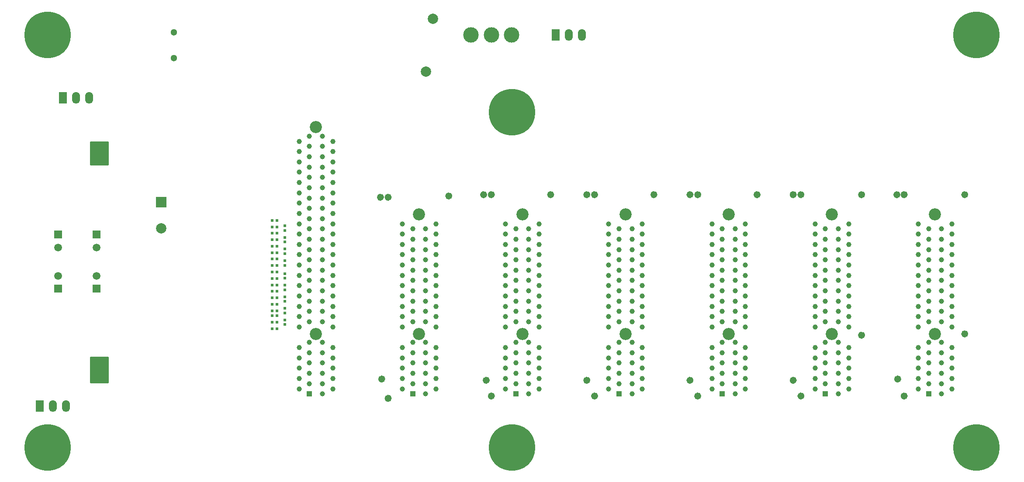
<source format=gbs>
G04 #@! TF.FileFunction,Soldermask,Bot*
%FSLAX46Y46*%
G04 Gerber Fmt 4.6, Leading zero omitted, Abs format (unit mm)*
G04 Created by KiCad (PCBNEW (2015-02-06 BZR 5407)-product) date Mon 09 Feb 2015 02:10:55 PM EST*
%MOMM*%
G01*
G04 APERTURE LIST*
%ADD10C,0.100000*%
%ADD11C,0.700000*%
%ADD12C,2.000000*%
%ADD13C,3.000000*%
%ADD14C,2.350000*%
%ADD15C,1.000000*%
%ADD16R,1.000000X1.000000*%
%ADD17C,9.000000*%
%ADD18R,0.600000X0.600000*%
%ADD19R,1.998980X1.998980*%
%ADD20C,1.998980*%
%ADD21R,1.524000X2.286000*%
%ADD22O,1.524000X2.286000*%
%ADD23R,1.500000X1.500000*%
%ADD24C,1.500000*%
%ADD25C,1.300000*%
%ADD26C,0.300000*%
G04 APERTURE END LIST*
D10*
D11*
X213103553Y-123000000D02*
G75*
G03X213103553Y-123000000I-353553J0D01*
G01*
X193103553Y-123250000D02*
G75*
G03X193103553Y-123250000I-353553J0D01*
G01*
X199953553Y-96000000D02*
G75*
G03X199953553Y-96000000I-353553J0D01*
G01*
X193103553Y-96000000D02*
G75*
G03X193103553Y-96000000I-353553J0D01*
G01*
X201353553Y-96000000D02*
G75*
G03X201353553Y-96000000I-353553J0D01*
G01*
X213103553Y-96000000D02*
G75*
G03X213103553Y-96000000I-353553J0D01*
G01*
X181353553Y-96000000D02*
G75*
G03X181353553Y-96000000I-353553J0D01*
G01*
X179853553Y-96000000D02*
G75*
G03X179853553Y-96000000I-353553J0D01*
G01*
X139853553Y-132000000D02*
G75*
G03X139853553Y-132000000I-353553J0D01*
G01*
X120353553Y-132000000D02*
G75*
G03X120353553Y-132000000I-353553J0D01*
G01*
X100103553Y-131750000D02*
G75*
G03X100103553Y-131750000I-353553J0D01*
G01*
X121353553Y-135050000D02*
G75*
G03X121353553Y-135050000I-353553J0D01*
G01*
X179853553Y-132000000D02*
G75*
G03X179853553Y-132000000I-353553J0D01*
G01*
X181353553Y-135050000D02*
G75*
G03X181353553Y-135050000I-353553J0D01*
G01*
X161353553Y-135050000D02*
G75*
G03X161353553Y-135050000I-353553J0D01*
G01*
X101353553Y-135500000D02*
G75*
G03X101353553Y-135500000I-353553J0D01*
G01*
X200103553Y-131750000D02*
G75*
G03X200103553Y-131750000I-353553J0D01*
G01*
X201353553Y-135050000D02*
G75*
G03X201353553Y-135050000I-353553J0D01*
G01*
X101353553Y-96500000D02*
G75*
G03X101353553Y-96500000I-353553J0D01*
G01*
X99853553Y-96500000D02*
G75*
G03X99853553Y-96500000I-353553J0D01*
G01*
X159853553Y-132000000D02*
G75*
G03X159853553Y-132000000I-353553J0D01*
G01*
X141353553Y-135050000D02*
G75*
G03X141353553Y-135050000I-353553J0D01*
G01*
X172853553Y-96000000D02*
G75*
G03X172853553Y-96000000I-353553J0D01*
G01*
X161353553Y-96000000D02*
G75*
G03X161353553Y-96000000I-353553J0D01*
G01*
X139853553Y-96000000D02*
G75*
G03X139853553Y-96000000I-353553J0D01*
G01*
X141353553Y-96000000D02*
G75*
G03X141353553Y-96000000I-353553J0D01*
G01*
X159853553Y-96000000D02*
G75*
G03X159853553Y-96000000I-353553J0D01*
G01*
X152853553Y-96000000D02*
G75*
G03X152853553Y-96000000I-353553J0D01*
G01*
X121353553Y-96000000D02*
G75*
G03X121353553Y-96000000I-353553J0D01*
G01*
X132853553Y-96000000D02*
G75*
G03X132853553Y-96000000I-353553J0D01*
G01*
X119853553Y-96000000D02*
G75*
G03X119853553Y-96000000I-353553J0D01*
G01*
X113103553Y-96250000D02*
G75*
G03X113103553Y-96250000I-353553J0D01*
G01*
D12*
X109700000Y-61900000D03*
X108300000Y-72100000D03*
D13*
X124960000Y-65000000D03*
X121000000Y-65000000D03*
X117040000Y-65000000D03*
D14*
X127000000Y-123000000D03*
D15*
X128250000Y-134650000D03*
X130250000Y-133650000D03*
X128250000Y-132650000D03*
X130250000Y-131650000D03*
X128250000Y-130650000D03*
X130250000Y-129650000D03*
X128250000Y-128650000D03*
X130250000Y-127650000D03*
X128250000Y-126650000D03*
X130250000Y-125650000D03*
X128250000Y-124650000D03*
D16*
X125750000Y-134650000D03*
D15*
X123750000Y-133650000D03*
X125750000Y-132650000D03*
X123750000Y-131650000D03*
X125750000Y-130650000D03*
X123750000Y-129650000D03*
X125750000Y-128650000D03*
X123750000Y-127650000D03*
X125750000Y-126650000D03*
X123750000Y-125650000D03*
X125750000Y-124650000D03*
X130250000Y-121650000D03*
X128250000Y-120650000D03*
X130250000Y-119650000D03*
X128250000Y-118650000D03*
X130250000Y-117650000D03*
X128250000Y-116650000D03*
X130250000Y-115650000D03*
X128250000Y-114650000D03*
X130250000Y-113650000D03*
X128250000Y-112650000D03*
X130250000Y-111650000D03*
X128250000Y-110650000D03*
X130250000Y-109650000D03*
X128250000Y-108650000D03*
X130250000Y-107650000D03*
X128250000Y-106650000D03*
X130250000Y-105650000D03*
X128250000Y-104650000D03*
X130250000Y-103650000D03*
X128250000Y-102650000D03*
X130250000Y-101650000D03*
X123750000Y-121650000D03*
X125750000Y-120650000D03*
X123750000Y-119650000D03*
X125750000Y-118650000D03*
X123750000Y-117650000D03*
X125750000Y-116650000D03*
X123750000Y-115650000D03*
X125750000Y-114650000D03*
X123750000Y-113650000D03*
X125750000Y-112650000D03*
X123750000Y-111650000D03*
X125750000Y-110650000D03*
X123750000Y-109650000D03*
X125750000Y-108650000D03*
X123750000Y-107650000D03*
X125750000Y-106650000D03*
X123750000Y-105650000D03*
X125750000Y-104650000D03*
X123750000Y-103650000D03*
X125750000Y-102650000D03*
X123750000Y-101650000D03*
D14*
X127000000Y-99850000D03*
X87000000Y-123000000D03*
D15*
X88250000Y-134650000D03*
X90250000Y-133650000D03*
X88250000Y-132650000D03*
X90250000Y-131650000D03*
X88250000Y-130650000D03*
X90250000Y-129650000D03*
X88250000Y-128650000D03*
X90250000Y-127650000D03*
X88250000Y-126650000D03*
X90250000Y-125650000D03*
X88250000Y-124650000D03*
D16*
X85750000Y-134650000D03*
D15*
X83750000Y-133650000D03*
X85750000Y-132650000D03*
X83750000Y-131650000D03*
X85750000Y-130650000D03*
X83750000Y-129650000D03*
X85750000Y-128650000D03*
X83750000Y-127650000D03*
X85750000Y-126650000D03*
X83750000Y-125650000D03*
X85750000Y-124650000D03*
X90250000Y-121650000D03*
X88250000Y-120650000D03*
X90250000Y-119650000D03*
X88250000Y-118650000D03*
X90250000Y-117650000D03*
X88250000Y-116650000D03*
X90250000Y-115650000D03*
X88250000Y-114650000D03*
X90250000Y-113650000D03*
X88250000Y-112650000D03*
X90250000Y-111650000D03*
X88250000Y-110650000D03*
X90250000Y-109650000D03*
X88250000Y-108650000D03*
X90250000Y-107650000D03*
X88250000Y-106650000D03*
X90250000Y-105650000D03*
X88250000Y-104650000D03*
X90250000Y-103650000D03*
X88250000Y-102650000D03*
X90250000Y-101650000D03*
X88250000Y-100650000D03*
X90250000Y-99650000D03*
X88250000Y-98650000D03*
X90250000Y-97650000D03*
X88250000Y-96650000D03*
X90250000Y-95650000D03*
X88250000Y-94650000D03*
X90250000Y-93650000D03*
X88250000Y-92650000D03*
X90250000Y-91650000D03*
X88250000Y-90650000D03*
X90250000Y-89650000D03*
X88250000Y-88650000D03*
X90250000Y-87650000D03*
X88250000Y-86650000D03*
X90250000Y-85650000D03*
X88250000Y-84650000D03*
X83750000Y-121650000D03*
X85750000Y-120650000D03*
X83750000Y-119650000D03*
X85750000Y-118650000D03*
X83750000Y-117650000D03*
X85750000Y-116650000D03*
X83750000Y-115650000D03*
X85750000Y-114650000D03*
X83750000Y-113650000D03*
X85750000Y-112650000D03*
X83750000Y-111650000D03*
X85750000Y-110650000D03*
X83750000Y-109650000D03*
X85750000Y-108650000D03*
X83750000Y-107650000D03*
X85750000Y-106650000D03*
X83750000Y-105650000D03*
X85750000Y-104650000D03*
X83750000Y-103650000D03*
X85750000Y-102650000D03*
X83750000Y-101650000D03*
X85750000Y-100650000D03*
X83750000Y-99650000D03*
X85750000Y-98650000D03*
X83750000Y-97650000D03*
X85750000Y-96650000D03*
X83750000Y-95650000D03*
X85750000Y-94650000D03*
X83750000Y-93650000D03*
X85750000Y-92650000D03*
X83750000Y-91650000D03*
X85750000Y-90650000D03*
X83750000Y-89650000D03*
X85750000Y-88650000D03*
X83750000Y-87650000D03*
X85750000Y-86650000D03*
X83750000Y-85650000D03*
X85750000Y-84650000D03*
D14*
X87000000Y-82850000D03*
X187000000Y-123000000D03*
D15*
X188250000Y-134650000D03*
X190250000Y-133650000D03*
X188250000Y-132650000D03*
X190250000Y-131650000D03*
X188250000Y-130650000D03*
X190250000Y-129650000D03*
X188250000Y-128650000D03*
X190250000Y-127650000D03*
X188250000Y-126650000D03*
X190250000Y-125650000D03*
X188250000Y-124650000D03*
D16*
X185750000Y-134650000D03*
D15*
X183750000Y-133650000D03*
X185750000Y-132650000D03*
X183750000Y-131650000D03*
X185750000Y-130650000D03*
X183750000Y-129650000D03*
X185750000Y-128650000D03*
X183750000Y-127650000D03*
X185750000Y-126650000D03*
X183750000Y-125650000D03*
X185750000Y-124650000D03*
X190250000Y-121650000D03*
X188250000Y-120650000D03*
X190250000Y-119650000D03*
X188250000Y-118650000D03*
X190250000Y-117650000D03*
X188250000Y-116650000D03*
X190250000Y-115650000D03*
X188250000Y-114650000D03*
X190250000Y-113650000D03*
X188250000Y-112650000D03*
X190250000Y-111650000D03*
X188250000Y-110650000D03*
X190250000Y-109650000D03*
X188250000Y-108650000D03*
X190250000Y-107650000D03*
X188250000Y-106650000D03*
X190250000Y-105650000D03*
X188250000Y-104650000D03*
X190250000Y-103650000D03*
X188250000Y-102650000D03*
X190250000Y-101650000D03*
X183750000Y-121650000D03*
X185750000Y-120650000D03*
X183750000Y-119650000D03*
X185750000Y-118650000D03*
X183750000Y-117650000D03*
X185750000Y-116650000D03*
X183750000Y-115650000D03*
X185750000Y-114650000D03*
X183750000Y-113650000D03*
X185750000Y-112650000D03*
X183750000Y-111650000D03*
X185750000Y-110650000D03*
X183750000Y-109650000D03*
X185750000Y-108650000D03*
X183750000Y-107650000D03*
X185750000Y-106650000D03*
X183750000Y-105650000D03*
X185750000Y-104650000D03*
X183750000Y-103650000D03*
X185750000Y-102650000D03*
X183750000Y-101650000D03*
D14*
X187000000Y-99850000D03*
X167000000Y-123000000D03*
D15*
X168250000Y-134650000D03*
X170250000Y-133650000D03*
X168250000Y-132650000D03*
X170250000Y-131650000D03*
X168250000Y-130650000D03*
X170250000Y-129650000D03*
X168250000Y-128650000D03*
X170250000Y-127650000D03*
X168250000Y-126650000D03*
X170250000Y-125650000D03*
X168250000Y-124650000D03*
D16*
X165750000Y-134650000D03*
D15*
X163750000Y-133650000D03*
X165750000Y-132650000D03*
X163750000Y-131650000D03*
X165750000Y-130650000D03*
X163750000Y-129650000D03*
X165750000Y-128650000D03*
X163750000Y-127650000D03*
X165750000Y-126650000D03*
X163750000Y-125650000D03*
X165750000Y-124650000D03*
X170250000Y-121650000D03*
X168250000Y-120650000D03*
X170250000Y-119650000D03*
X168250000Y-118650000D03*
X170250000Y-117650000D03*
X168250000Y-116650000D03*
X170250000Y-115650000D03*
X168250000Y-114650000D03*
X170250000Y-113650000D03*
X168250000Y-112650000D03*
X170250000Y-111650000D03*
X168250000Y-110650000D03*
X170250000Y-109650000D03*
X168250000Y-108650000D03*
X170250000Y-107650000D03*
X168250000Y-106650000D03*
X170250000Y-105650000D03*
X168250000Y-104650000D03*
X170250000Y-103650000D03*
X168250000Y-102650000D03*
X170250000Y-101650000D03*
X163750000Y-121650000D03*
X165750000Y-120650000D03*
X163750000Y-119650000D03*
X165750000Y-118650000D03*
X163750000Y-117650000D03*
X165750000Y-116650000D03*
X163750000Y-115650000D03*
X165750000Y-114650000D03*
X163750000Y-113650000D03*
X165750000Y-112650000D03*
X163750000Y-111650000D03*
X165750000Y-110650000D03*
X163750000Y-109650000D03*
X165750000Y-108650000D03*
X163750000Y-107650000D03*
X165750000Y-106650000D03*
X163750000Y-105650000D03*
X165750000Y-104650000D03*
X163750000Y-103650000D03*
X165750000Y-102650000D03*
X163750000Y-101650000D03*
D14*
X167000000Y-99850000D03*
X207000000Y-123000000D03*
D15*
X208250000Y-134650000D03*
X210250000Y-133650000D03*
X208250000Y-132650000D03*
X210250000Y-131650000D03*
X208250000Y-130650000D03*
X210250000Y-129650000D03*
X208250000Y-128650000D03*
X210250000Y-127650000D03*
X208250000Y-126650000D03*
X210250000Y-125650000D03*
X208250000Y-124650000D03*
D16*
X205750000Y-134650000D03*
D15*
X203750000Y-133650000D03*
X205750000Y-132650000D03*
X203750000Y-131650000D03*
X205750000Y-130650000D03*
X203750000Y-129650000D03*
X205750000Y-128650000D03*
X203750000Y-127650000D03*
X205750000Y-126650000D03*
X203750000Y-125650000D03*
X205750000Y-124650000D03*
X210250000Y-121650000D03*
X208250000Y-120650000D03*
X210250000Y-119650000D03*
X208250000Y-118650000D03*
X210250000Y-117650000D03*
X208250000Y-116650000D03*
X210250000Y-115650000D03*
X208250000Y-114650000D03*
X210250000Y-113650000D03*
X208250000Y-112650000D03*
X210250000Y-111650000D03*
X208250000Y-110650000D03*
X210250000Y-109650000D03*
X208250000Y-108650000D03*
X210250000Y-107650000D03*
X208250000Y-106650000D03*
X210250000Y-105650000D03*
X208250000Y-104650000D03*
X210250000Y-103650000D03*
X208250000Y-102650000D03*
X210250000Y-101650000D03*
X203750000Y-121650000D03*
X205750000Y-120650000D03*
X203750000Y-119650000D03*
X205750000Y-118650000D03*
X203750000Y-117650000D03*
X205750000Y-116650000D03*
X203750000Y-115650000D03*
X205750000Y-114650000D03*
X203750000Y-113650000D03*
X205750000Y-112650000D03*
X203750000Y-111650000D03*
X205750000Y-110650000D03*
X203750000Y-109650000D03*
X205750000Y-108650000D03*
X203750000Y-107650000D03*
X205750000Y-106650000D03*
X203750000Y-105650000D03*
X205750000Y-104650000D03*
X203750000Y-103650000D03*
X205750000Y-102650000D03*
X203750000Y-101650000D03*
D14*
X207000000Y-99850000D03*
X147000000Y-123000000D03*
D15*
X148250000Y-134650000D03*
X150250000Y-133650000D03*
X148250000Y-132650000D03*
X150250000Y-131650000D03*
X148250000Y-130650000D03*
X150250000Y-129650000D03*
X148250000Y-128650000D03*
X150250000Y-127650000D03*
X148250000Y-126650000D03*
X150250000Y-125650000D03*
X148250000Y-124650000D03*
D16*
X145750000Y-134650000D03*
D15*
X143750000Y-133650000D03*
X145750000Y-132650000D03*
X143750000Y-131650000D03*
X145750000Y-130650000D03*
X143750000Y-129650000D03*
X145750000Y-128650000D03*
X143750000Y-127650000D03*
X145750000Y-126650000D03*
X143750000Y-125650000D03*
X145750000Y-124650000D03*
X150250000Y-121650000D03*
X148250000Y-120650000D03*
X150250000Y-119650000D03*
X148250000Y-118650000D03*
X150250000Y-117650000D03*
X148250000Y-116650000D03*
X150250000Y-115650000D03*
X148250000Y-114650000D03*
X150250000Y-113650000D03*
X148250000Y-112650000D03*
X150250000Y-111650000D03*
X148250000Y-110650000D03*
X150250000Y-109650000D03*
X148250000Y-108650000D03*
X150250000Y-107650000D03*
X148250000Y-106650000D03*
X150250000Y-105650000D03*
X148250000Y-104650000D03*
X150250000Y-103650000D03*
X148250000Y-102650000D03*
X150250000Y-101650000D03*
X143750000Y-121650000D03*
X145750000Y-120650000D03*
X143750000Y-119650000D03*
X145750000Y-118650000D03*
X143750000Y-117650000D03*
X145750000Y-116650000D03*
X143750000Y-115650000D03*
X145750000Y-114650000D03*
X143750000Y-113650000D03*
X145750000Y-112650000D03*
X143750000Y-111650000D03*
X145750000Y-110650000D03*
X143750000Y-109650000D03*
X145750000Y-108650000D03*
X143750000Y-107650000D03*
X145750000Y-106650000D03*
X143750000Y-105650000D03*
X145750000Y-104650000D03*
X143750000Y-103650000D03*
X145750000Y-102650000D03*
X143750000Y-101650000D03*
D14*
X147000000Y-99850000D03*
X107000000Y-123000000D03*
D15*
X108250000Y-134650000D03*
X110250000Y-133650000D03*
X108250000Y-132650000D03*
X110250000Y-131650000D03*
X108250000Y-130650000D03*
X110250000Y-129650000D03*
X108250000Y-128650000D03*
X110250000Y-127650000D03*
X108250000Y-126650000D03*
X110250000Y-125650000D03*
X108250000Y-124650000D03*
D16*
X105750000Y-134650000D03*
D15*
X103750000Y-133650000D03*
X105750000Y-132650000D03*
X103750000Y-131650000D03*
X105750000Y-130650000D03*
X103750000Y-129650000D03*
X105750000Y-128650000D03*
X103750000Y-127650000D03*
X105750000Y-126650000D03*
X103750000Y-125650000D03*
X105750000Y-124650000D03*
X110250000Y-121650000D03*
X108250000Y-120650000D03*
X110250000Y-119650000D03*
X108250000Y-118650000D03*
X110250000Y-117650000D03*
X108250000Y-116650000D03*
X110250000Y-115650000D03*
X108250000Y-114650000D03*
X110250000Y-113650000D03*
X108250000Y-112650000D03*
X110250000Y-111650000D03*
X108250000Y-110650000D03*
X110250000Y-109650000D03*
X108250000Y-108650000D03*
X110250000Y-107650000D03*
X108250000Y-106650000D03*
X110250000Y-105650000D03*
X108250000Y-104650000D03*
X110250000Y-103650000D03*
X108250000Y-102650000D03*
X110250000Y-101650000D03*
X103750000Y-121650000D03*
X105750000Y-120650000D03*
X103750000Y-119650000D03*
X105750000Y-118650000D03*
X103750000Y-117650000D03*
X105750000Y-116650000D03*
X103750000Y-115650000D03*
X105750000Y-114650000D03*
X103750000Y-113650000D03*
X105750000Y-112650000D03*
X103750000Y-111650000D03*
X105750000Y-110650000D03*
X103750000Y-109650000D03*
X105750000Y-108650000D03*
X103750000Y-107650000D03*
X105750000Y-106650000D03*
X103750000Y-105650000D03*
X105750000Y-104650000D03*
X103750000Y-103650000D03*
X105750000Y-102650000D03*
X103750000Y-101650000D03*
D14*
X107000000Y-99850000D03*
D17*
X35000000Y-145000000D03*
D15*
X38000000Y-145000000D03*
X36500000Y-147600000D03*
X33500000Y-147600000D03*
X32000000Y-145000000D03*
X33500000Y-142400000D03*
X36500000Y-142400000D03*
D17*
X215000000Y-145000000D03*
D15*
X218000000Y-145000000D03*
X216500000Y-147600000D03*
X213500000Y-147600000D03*
X212000000Y-145000000D03*
X213500000Y-142400000D03*
X216500000Y-142400000D03*
D17*
X35000000Y-65000000D03*
D15*
X38000000Y-65000000D03*
X36500000Y-67600000D03*
X33500000Y-67600000D03*
X32000000Y-65000000D03*
X33500000Y-62400000D03*
X36500000Y-62400000D03*
D17*
X215000000Y-65000000D03*
D15*
X218000000Y-65000000D03*
X216500000Y-67600000D03*
X213500000Y-67600000D03*
X212000000Y-65000000D03*
X213500000Y-62400000D03*
X216500000Y-62400000D03*
D18*
X78550000Y-118500000D03*
X79450000Y-118500000D03*
X81000000Y-118050000D03*
X81000000Y-118950000D03*
X79450000Y-119500000D03*
X78550000Y-119500000D03*
X78550000Y-116000000D03*
X79450000Y-116000000D03*
X81000000Y-115800000D03*
X81000000Y-116700000D03*
X79450000Y-117250000D03*
X78550000Y-117250000D03*
X78550000Y-113500000D03*
X79450000Y-113500000D03*
X81000000Y-113550000D03*
X81000000Y-114450000D03*
X79450000Y-114750000D03*
X78550000Y-114750000D03*
X78550000Y-111000000D03*
X79450000Y-111000000D03*
X81000000Y-111300000D03*
X81000000Y-112200000D03*
X79450000Y-112250000D03*
X78550000Y-112250000D03*
X78550000Y-108500000D03*
X79450000Y-108500000D03*
X81000000Y-108800000D03*
X81000000Y-109700000D03*
X79450000Y-109750000D03*
X78550000Y-109750000D03*
X78550000Y-106000000D03*
X79450000Y-106000000D03*
X81000000Y-106550000D03*
X81000000Y-107450000D03*
X79450000Y-107250000D03*
X78550000Y-107250000D03*
X78550000Y-103500000D03*
X79450000Y-103500000D03*
X81000000Y-104300000D03*
X81000000Y-105200000D03*
X79450000Y-104750000D03*
X78550000Y-104750000D03*
X78550000Y-101000000D03*
X79450000Y-101000000D03*
X81000000Y-102050000D03*
X81000000Y-102950000D03*
X79450000Y-102250000D03*
X78550000Y-102250000D03*
X78550000Y-120750000D03*
X79450000Y-120750000D03*
X81000000Y-120300000D03*
X81000000Y-121200000D03*
X79450000Y-122000000D03*
X78550000Y-122000000D03*
D19*
X57000000Y-97460000D03*
D20*
X57000000Y-102540000D03*
D21*
X33460000Y-137000000D03*
D22*
X36000000Y-137000000D03*
X38540000Y-137000000D03*
D21*
X37960000Y-77250000D03*
D22*
X40500000Y-77250000D03*
X43040000Y-77250000D03*
D21*
X133460000Y-65000000D03*
D22*
X136000000Y-65000000D03*
X138540000Y-65000000D03*
D23*
X37000000Y-114249680D03*
D24*
X37000000Y-111750320D03*
D23*
X37000000Y-103750320D03*
D24*
X37000000Y-106249680D03*
D23*
X44500000Y-103750320D03*
D24*
X44500000Y-106249680D03*
D23*
X44500000Y-114249680D03*
D24*
X44500000Y-111750320D03*
D17*
X125000000Y-80000000D03*
D15*
X128000000Y-80000000D03*
X126500000Y-82600000D03*
X123500000Y-82600000D03*
X122000000Y-80000000D03*
X123500000Y-77400000D03*
X126500000Y-77400000D03*
D17*
X125000000Y-145000000D03*
D15*
X128000000Y-145000000D03*
X126500000Y-147600000D03*
X123500000Y-147600000D03*
X122000000Y-145000000D03*
X123500000Y-142400000D03*
X126500000Y-142400000D03*
D25*
X59500000Y-64500000D03*
X59500000Y-69500000D03*
D26*
G36*
X46650000Y-90150000D02*
X43350000Y-90150000D01*
X43350000Y-85850000D01*
X46650000Y-85850000D01*
X46650000Y-90150000D01*
X46650000Y-90150000D01*
G37*
X46650000Y-90150000D02*
X43350000Y-90150000D01*
X43350000Y-85850000D01*
X46650000Y-85850000D01*
X46650000Y-90150000D01*
G36*
X46650000Y-132400000D02*
X43350000Y-132400000D01*
X43350000Y-127600000D01*
X46650000Y-127600000D01*
X46650000Y-132400000D01*
X46650000Y-132400000D01*
G37*
X46650000Y-132400000D02*
X43350000Y-132400000D01*
X43350000Y-127600000D01*
X46650000Y-127600000D01*
X46650000Y-132400000D01*
M02*

</source>
